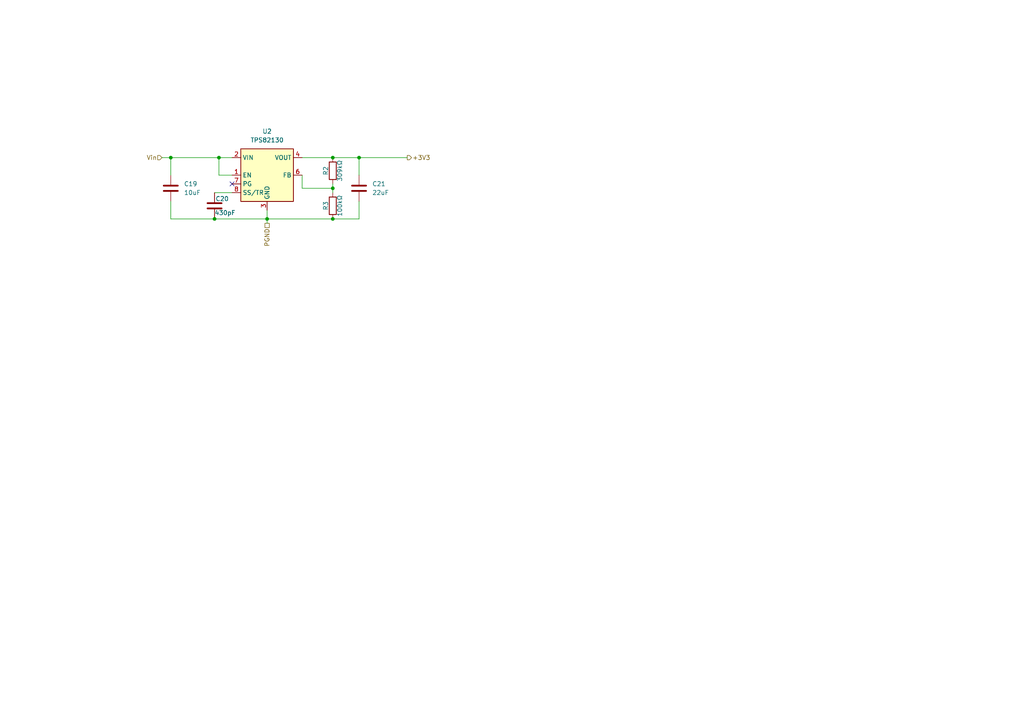
<source format=kicad_sch>
(kicad_sch
	(version 20231120)
	(generator "eeschema")
	(generator_version "8.0")
	(uuid "383c8c27-9a92-4500-8e22-6539ddcf48ff")
	(paper "A4")
	(title_block
		(date "2024-06-16")
	)
	(lib_symbols
		(symbol "Device:C"
			(pin_numbers hide)
			(pin_names
				(offset 0.254)
			)
			(exclude_from_sim no)
			(in_bom yes)
			(on_board yes)
			(property "Reference" "C"
				(at 0.635 2.54 0)
				(effects
					(font
						(size 1.27 1.27)
					)
					(justify left)
				)
			)
			(property "Value" "C"
				(at 0.635 -2.54 0)
				(effects
					(font
						(size 1.27 1.27)
					)
					(justify left)
				)
			)
			(property "Footprint" ""
				(at 0.9652 -3.81 0)
				(effects
					(font
						(size 1.27 1.27)
					)
					(hide yes)
				)
			)
			(property "Datasheet" "~"
				(at 0 0 0)
				(effects
					(font
						(size 1.27 1.27)
					)
					(hide yes)
				)
			)
			(property "Description" "Unpolarized capacitor"
				(at 0 0 0)
				(effects
					(font
						(size 1.27 1.27)
					)
					(hide yes)
				)
			)
			(property "ki_keywords" "cap capacitor"
				(at 0 0 0)
				(effects
					(font
						(size 1.27 1.27)
					)
					(hide yes)
				)
			)
			(property "ki_fp_filters" "C_*"
				(at 0 0 0)
				(effects
					(font
						(size 1.27 1.27)
					)
					(hide yes)
				)
			)
			(symbol "C_0_1"
				(polyline
					(pts
						(xy -2.032 -0.762) (xy 2.032 -0.762)
					)
					(stroke
						(width 0.508)
						(type default)
					)
					(fill
						(type none)
					)
				)
				(polyline
					(pts
						(xy -2.032 0.762) (xy 2.032 0.762)
					)
					(stroke
						(width 0.508)
						(type default)
					)
					(fill
						(type none)
					)
				)
			)
			(symbol "C_1_1"
				(pin passive line
					(at 0 3.81 270)
					(length 2.794)
					(name "~"
						(effects
							(font
								(size 1.27 1.27)
							)
						)
					)
					(number "1"
						(effects
							(font
								(size 1.27 1.27)
							)
						)
					)
				)
				(pin passive line
					(at 0 -3.81 90)
					(length 2.794)
					(name "~"
						(effects
							(font
								(size 1.27 1.27)
							)
						)
					)
					(number "2"
						(effects
							(font
								(size 1.27 1.27)
							)
						)
					)
				)
			)
		)
		(symbol "Device:R"
			(pin_numbers hide)
			(pin_names
				(offset 0)
			)
			(exclude_from_sim no)
			(in_bom yes)
			(on_board yes)
			(property "Reference" "R"
				(at 2.032 0 90)
				(effects
					(font
						(size 1.27 1.27)
					)
				)
			)
			(property "Value" "R"
				(at 0 0 90)
				(effects
					(font
						(size 1.27 1.27)
					)
				)
			)
			(property "Footprint" ""
				(at -1.778 0 90)
				(effects
					(font
						(size 1.27 1.27)
					)
					(hide yes)
				)
			)
			(property "Datasheet" "~"
				(at 0 0 0)
				(effects
					(font
						(size 1.27 1.27)
					)
					(hide yes)
				)
			)
			(property "Description" "Resistor"
				(at 0 0 0)
				(effects
					(font
						(size 1.27 1.27)
					)
					(hide yes)
				)
			)
			(property "ki_keywords" "R res resistor"
				(at 0 0 0)
				(effects
					(font
						(size 1.27 1.27)
					)
					(hide yes)
				)
			)
			(property "ki_fp_filters" "R_*"
				(at 0 0 0)
				(effects
					(font
						(size 1.27 1.27)
					)
					(hide yes)
				)
			)
			(symbol "R_0_1"
				(rectangle
					(start -1.016 -2.54)
					(end 1.016 2.54)
					(stroke
						(width 0.254)
						(type default)
					)
					(fill
						(type none)
					)
				)
			)
			(symbol "R_1_1"
				(pin passive line
					(at 0 3.81 270)
					(length 1.27)
					(name "~"
						(effects
							(font
								(size 1.27 1.27)
							)
						)
					)
					(number "1"
						(effects
							(font
								(size 1.27 1.27)
							)
						)
					)
				)
				(pin passive line
					(at 0 -3.81 90)
					(length 1.27)
					(name "~"
						(effects
							(font
								(size 1.27 1.27)
							)
						)
					)
					(number "2"
						(effects
							(font
								(size 1.27 1.27)
							)
						)
					)
				)
			)
		)
		(symbol "Regulator_Switching:TPS82130"
			(exclude_from_sim no)
			(in_bom yes)
			(on_board yes)
			(property "Reference" "U"
				(at 1.27 11.43 0)
				(effects
					(font
						(size 1.27 1.27)
					)
				)
			)
			(property "Value" "TPS82130"
				(at 5.08 8.89 0)
				(effects
					(font
						(size 1.27 1.27)
					)
				)
			)
			(property "Footprint" "Package_LGA:Texas_SIL0008D_MicroSiP-8-1EP_2.8x3mm_P0.65mm_EP1.1x1.9mm_ThermalVias"
				(at 0 -16.51 0)
				(effects
					(font
						(size 1.27 1.27)
					)
					(hide yes)
				)
			)
			(property "Datasheet" "http://www.ti.com/lit/ds/symlink/tps82130.pdf"
				(at 0 -19.05 0)
				(effects
					(font
						(size 1.27 1.27)
					)
					(hide yes)
				)
			)
			(property "Description" "17V Input 3A Step-Down Converter MicroSiP Module with Integrated Inductor, μSiL-8"
				(at 0 0 0)
				(effects
					(font
						(size 1.27 1.27)
					)
					(hide yes)
				)
			)
			(property "ki_keywords" "17V 3A Step-down Buck Module"
				(at 0 0 0)
				(effects
					(font
						(size 1.27 1.27)
					)
					(hide yes)
				)
			)
			(property "ki_fp_filters" "Texas*MicroSiP*1EP*2.8x3mm*P0.65mm*"
				(at 0 0 0)
				(effects
					(font
						(size 1.27 1.27)
					)
					(hide yes)
				)
			)
			(symbol "TPS82130_0_1"
				(rectangle
					(start -7.62 7.62)
					(end 7.62 -7.62)
					(stroke
						(width 0.254)
						(type default)
					)
					(fill
						(type background)
					)
				)
			)
			(symbol "TPS82130_1_1"
				(pin input line
					(at -10.16 0 0)
					(length 2.54)
					(name "EN"
						(effects
							(font
								(size 1.27 1.27)
							)
						)
					)
					(number "1"
						(effects
							(font
								(size 1.27 1.27)
							)
						)
					)
				)
				(pin power_in line
					(at -10.16 5.08 0)
					(length 2.54)
					(name "VIN"
						(effects
							(font
								(size 1.27 1.27)
							)
						)
					)
					(number "2"
						(effects
							(font
								(size 1.27 1.27)
							)
						)
					)
				)
				(pin power_in line
					(at 0 -10.16 90)
					(length 2.54)
					(name "GND"
						(effects
							(font
								(size 1.27 1.27)
							)
						)
					)
					(number "3"
						(effects
							(font
								(size 1.27 1.27)
							)
						)
					)
				)
				(pin power_out line
					(at 10.16 5.08 180)
					(length 2.54)
					(name "VOUT"
						(effects
							(font
								(size 1.27 1.27)
							)
						)
					)
					(number "4"
						(effects
							(font
								(size 1.27 1.27)
							)
						)
					)
				)
				(pin passive line
					(at 10.16 5.08 180)
					(length 2.54) hide
					(name "VOUT"
						(effects
							(font
								(size 1.27 1.27)
							)
						)
					)
					(number "5"
						(effects
							(font
								(size 1.27 1.27)
							)
						)
					)
				)
				(pin input line
					(at 10.16 0 180)
					(length 2.54)
					(name "FB"
						(effects
							(font
								(size 1.27 1.27)
							)
						)
					)
					(number "6"
						(effects
							(font
								(size 1.27 1.27)
							)
						)
					)
				)
				(pin open_collector line
					(at -10.16 -2.54 0)
					(length 2.54)
					(name "PG"
						(effects
							(font
								(size 1.27 1.27)
							)
						)
					)
					(number "7"
						(effects
							(font
								(size 1.27 1.27)
							)
						)
					)
				)
				(pin input line
					(at -10.16 -5.08 0)
					(length 2.54)
					(name "SS/TR"
						(effects
							(font
								(size 1.27 1.27)
							)
						)
					)
					(number "8"
						(effects
							(font
								(size 1.27 1.27)
							)
						)
					)
				)
				(pin passive line
					(at 0 -10.16 90)
					(length 2.54) hide
					(name "GND"
						(effects
							(font
								(size 1.27 1.27)
							)
						)
					)
					(number "9"
						(effects
							(font
								(size 1.27 1.27)
							)
						)
					)
				)
			)
		)
	)
	(junction
		(at 96.52 54.61)
		(diameter 0)
		(color 0 0 0 0)
		(uuid "07713150-815d-4658-8f59-7356b135c722")
	)
	(junction
		(at 96.52 63.5)
		(diameter 0)
		(color 0 0 0 0)
		(uuid "13fb9373-785a-41b7-a088-683d703b0a39")
	)
	(junction
		(at 77.47 63.5)
		(diameter 0)
		(color 0 0 0 0)
		(uuid "1e789a01-f001-411a-8db2-b63c4135a7b2")
	)
	(junction
		(at 96.52 45.72)
		(diameter 0)
		(color 0 0 0 0)
		(uuid "4536e45d-f578-48de-9c14-94a87841003f")
	)
	(junction
		(at 63.5 45.72)
		(diameter 0)
		(color 0 0 0 0)
		(uuid "4d6b9302-b926-4d1a-b861-af47be4e95ca")
	)
	(junction
		(at 49.53 45.72)
		(diameter 0)
		(color 0 0 0 0)
		(uuid "9bf7fa2e-f211-43cd-8e60-f547070538de")
	)
	(junction
		(at 62.23 63.5)
		(diameter 0)
		(color 0 0 0 0)
		(uuid "afc6c818-f8c0-4f17-9c39-e63c8503bcda")
	)
	(junction
		(at 104.14 45.72)
		(diameter 0)
		(color 0 0 0 0)
		(uuid "c14d9ddb-aef1-442b-968a-cdc3ad1d8ea0")
	)
	(no_connect
		(at 67.31 53.34)
		(uuid "95180755-c6fa-41f7-b2f4-0f9fc5b4b6b0")
	)
	(wire
		(pts
			(xy 104.14 45.72) (xy 104.14 50.8)
		)
		(stroke
			(width 0)
			(type default)
		)
		(uuid "04f7056f-7a0f-475c-8644-95f13723493d")
	)
	(wire
		(pts
			(xy 67.31 50.8) (xy 63.5 50.8)
		)
		(stroke
			(width 0)
			(type default)
		)
		(uuid "11fbb55a-44e3-4f08-8035-0e7a754c6513")
	)
	(wire
		(pts
			(xy 49.53 45.72) (xy 63.5 45.72)
		)
		(stroke
			(width 0)
			(type default)
		)
		(uuid "2429ad0d-5415-4000-97ce-9a115732c334")
	)
	(wire
		(pts
			(xy 96.52 54.61) (xy 87.63 54.61)
		)
		(stroke
			(width 0)
			(type default)
		)
		(uuid "48407de9-71cd-4d3d-ba41-2160354acb36")
	)
	(wire
		(pts
			(xy 87.63 54.61) (xy 87.63 50.8)
		)
		(stroke
			(width 0)
			(type default)
		)
		(uuid "52ea5726-de85-44aa-ad3e-5ce03f2a8940")
	)
	(wire
		(pts
			(xy 96.52 54.61) (xy 96.52 53.34)
		)
		(stroke
			(width 0)
			(type default)
		)
		(uuid "54388ec8-7ae4-40ea-8acd-14b5c0e03ee5")
	)
	(wire
		(pts
			(xy 77.47 64.77) (xy 77.47 63.5)
		)
		(stroke
			(width 0)
			(type default)
		)
		(uuid "5ae6d014-7982-466c-9df9-f8565277f1a7")
	)
	(wire
		(pts
			(xy 77.47 63.5) (xy 96.52 63.5)
		)
		(stroke
			(width 0)
			(type default)
		)
		(uuid "67a98cc9-5c13-4766-8dca-07e6fb584bb0")
	)
	(wire
		(pts
			(xy 63.5 45.72) (xy 63.5 50.8)
		)
		(stroke
			(width 0)
			(type default)
		)
		(uuid "7ac499d9-3494-47f4-8864-19951fbd7c03")
	)
	(wire
		(pts
			(xy 96.52 45.72) (xy 104.14 45.72)
		)
		(stroke
			(width 0)
			(type default)
		)
		(uuid "90e50c65-524d-4042-8c1d-1d3816a95fd0")
	)
	(wire
		(pts
			(xy 104.14 45.72) (xy 118.11 45.72)
		)
		(stroke
			(width 0)
			(type default)
		)
		(uuid "9ddaac8c-8628-496f-af03-c4e944637353")
	)
	(wire
		(pts
			(xy 46.99 45.72) (xy 49.53 45.72)
		)
		(stroke
			(width 0)
			(type default)
		)
		(uuid "9df46337-54f8-408b-80de-096e9313507b")
	)
	(wire
		(pts
			(xy 62.23 63.5) (xy 77.47 63.5)
		)
		(stroke
			(width 0)
			(type default)
		)
		(uuid "a91582bc-e53c-4128-8037-2f7eaa95276a")
	)
	(wire
		(pts
			(xy 104.14 58.42) (xy 104.14 63.5)
		)
		(stroke
			(width 0)
			(type default)
		)
		(uuid "b996b7a4-6413-4669-976f-b6279ec888c8")
	)
	(wire
		(pts
			(xy 49.53 63.5) (xy 62.23 63.5)
		)
		(stroke
			(width 0)
			(type default)
		)
		(uuid "c69a5416-68bf-4432-99ad-dc0021de9af6")
	)
	(wire
		(pts
			(xy 49.53 58.42) (xy 49.53 63.5)
		)
		(stroke
			(width 0)
			(type default)
		)
		(uuid "c6bfa0dd-4dad-4fbe-894b-0cb142ca6cd8")
	)
	(wire
		(pts
			(xy 63.5 45.72) (xy 67.31 45.72)
		)
		(stroke
			(width 0)
			(type default)
		)
		(uuid "c6f2b3db-36b4-4c90-b15e-64e71037fa5b")
	)
	(wire
		(pts
			(xy 96.52 55.88) (xy 96.52 54.61)
		)
		(stroke
			(width 0)
			(type default)
		)
		(uuid "c90a5265-55bd-4891-882d-cd3a22f0e25a")
	)
	(wire
		(pts
			(xy 62.23 55.88) (xy 67.31 55.88)
		)
		(stroke
			(width 0)
			(type default)
		)
		(uuid "c9d24d75-a744-42d0-be86-98e37614ae54")
	)
	(wire
		(pts
			(xy 87.63 45.72) (xy 96.52 45.72)
		)
		(stroke
			(width 0)
			(type default)
		)
		(uuid "d22ffd5b-b178-4eec-9cef-e7c0af4727cc")
	)
	(wire
		(pts
			(xy 49.53 45.72) (xy 49.53 50.8)
		)
		(stroke
			(width 0)
			(type default)
		)
		(uuid "e2f808f3-d5c2-469e-803d-15768a6c0364")
	)
	(wire
		(pts
			(xy 77.47 63.5) (xy 77.47 60.96)
		)
		(stroke
			(width 0)
			(type default)
		)
		(uuid "e97f287e-c58e-41b7-952c-edd56c01fa2d")
	)
	(wire
		(pts
			(xy 104.14 63.5) (xy 96.52 63.5)
		)
		(stroke
			(width 0)
			(type default)
		)
		(uuid "f2f64f6e-8acc-4f11-986a-0ef4f778a534")
	)
	(hierarchical_label "+3V3"
		(shape output)
		(at 118.11 45.72 0)
		(fields_autoplaced yes)
		(effects
			(font
				(size 1.27 1.27)
			)
			(justify left)
		)
		(uuid "7035eeb5-d984-44be-9b5d-24c6c1ec3f6e")
	)
	(hierarchical_label "PGND"
		(shape passive)
		(at 77.47 64.77 270)
		(fields_autoplaced yes)
		(effects
			(font
				(size 1.27 1.27)
			)
			(justify right)
		)
		(uuid "ad58098c-4829-4f07-b4c0-7dba613b0913")
	)
	(hierarchical_label "Vin"
		(shape input)
		(at 46.99 45.72 180)
		(fields_autoplaced yes)
		(effects
			(font
				(size 1.27 1.27)
			)
			(justify right)
		)
		(uuid "e9121d43-8244-4ed9-8515-9d83dd793a15")
	)
	(symbol
		(lib_id "Device:R")
		(at 96.52 59.69 180)
		(unit 1)
		(exclude_from_sim no)
		(in_bom yes)
		(on_board yes)
		(dnp no)
		(uuid "0bef522b-40f6-489d-81d7-7f4147bc01fb")
		(property "Reference" "R3"
			(at 94.488 59.69 90)
			(effects
				(font
					(size 1.27 1.27)
				)
			)
		)
		(property "Value" "100kΩ"
			(at 98.552 59.69 90)
			(effects
				(font
					(size 1.27 1.27)
				)
			)
		)
		(property "Footprint" "Resistor_SMD:R_0402_1005Metric"
			(at 98.298 59.69 90)
			(effects
				(font
					(size 1.27 1.27)
				)
				(hide yes)
			)
		)
		(property "Datasheet" "~"
			(at 96.52 59.69 0)
			(effects
				(font
					(size 1.27 1.27)
				)
				(hide yes)
			)
		)
		(property "Description" "Resistor"
			(at 96.52 59.69 0)
			(effects
				(font
					(size 1.27 1.27)
				)
				(hide yes)
			)
		)
		(pin "2"
			(uuid "d956d822-f9a0-4be3-8b36-8b249a054c3c")
		)
		(pin "1"
			(uuid "70203180-1c3a-478f-b75c-1f14d42f027c")
		)
		(instances
			(project "hpm_dap"
				(path "/159ca461-ea29-45ac-b98a-f1d5e536ce91/8a695d02-741c-4133-8799-2185bd5ab9fa"
					(reference "R3")
					(unit 1)
				)
			)
		)
	)
	(symbol
		(lib_id "Device:C")
		(at 49.53 54.61 0)
		(unit 1)
		(exclude_from_sim no)
		(in_bom yes)
		(on_board yes)
		(dnp no)
		(fields_autoplaced yes)
		(uuid "0ea0bc79-e614-4548-b218-8c5f52ce8b19")
		(property "Reference" "C19"
			(at 53.34 53.3399 0)
			(effects
				(font
					(size 1.27 1.27)
				)
				(justify left)
			)
		)
		(property "Value" "10uF"
			(at 53.34 55.8799 0)
			(effects
				(font
					(size 1.27 1.27)
				)
				(justify left)
			)
		)
		(property "Footprint" "Capacitor_SMD:C_0402_1005Metric"
			(at 50.4952 58.42 0)
			(effects
				(font
					(size 1.27 1.27)
				)
				(hide yes)
			)
		)
		(property "Datasheet" "~"
			(at 49.53 54.61 0)
			(effects
				(font
					(size 1.27 1.27)
				)
				(hide yes)
			)
		)
		(property "Description" "Unpolarized capacitor"
			(at 49.53 54.61 0)
			(effects
				(font
					(size 1.27 1.27)
				)
				(hide yes)
			)
		)
		(pin "1"
			(uuid "ae66221a-31f6-4bb9-ba05-b7999eaa4252")
		)
		(pin "2"
			(uuid "41126ef4-6d9c-40ff-92a5-d5451b03231a")
		)
		(instances
			(project "hpm_dap"
				(path "/159ca461-ea29-45ac-b98a-f1d5e536ce91/8a695d02-741c-4133-8799-2185bd5ab9fa"
					(reference "C19")
					(unit 1)
				)
			)
		)
	)
	(symbol
		(lib_id "Device:C")
		(at 104.14 54.61 0)
		(unit 1)
		(exclude_from_sim no)
		(in_bom yes)
		(on_board yes)
		(dnp no)
		(fields_autoplaced yes)
		(uuid "49eca20c-52db-47fa-a098-1465032c7e82")
		(property "Reference" "C21"
			(at 107.95 53.3399 0)
			(effects
				(font
					(size 1.27 1.27)
				)
				(justify left)
			)
		)
		(property "Value" "22uF"
			(at 107.95 55.8799 0)
			(effects
				(font
					(size 1.27 1.27)
				)
				(justify left)
			)
		)
		(property "Footprint" "Capacitor_SMD:C_0402_1005Metric"
			(at 105.1052 58.42 0)
			(effects
				(font
					(size 1.27 1.27)
				)
				(hide yes)
			)
		)
		(property "Datasheet" "~"
			(at 104.14 54.61 0)
			(effects
				(font
					(size 1.27 1.27)
				)
				(hide yes)
			)
		)
		(property "Description" "Unpolarized capacitor"
			(at 104.14 54.61 0)
			(effects
				(font
					(size 1.27 1.27)
				)
				(hide yes)
			)
		)
		(property "LCSC" "C415703"
			(at 104.14 54.61 0)
			(effects
				(font
					(size 1.27 1.27)
				)
				(hide yes)
			)
		)
		(pin "2"
			(uuid "9d9539e0-9fdd-4a7d-babe-a33938d71151")
		)
		(pin "1"
			(uuid "9f3cf037-51bd-4f4a-ab99-2eaff2b04bc6")
		)
		(instances
			(project "hpm_dap"
				(path "/159ca461-ea29-45ac-b98a-f1d5e536ce91/8a695d02-741c-4133-8799-2185bd5ab9fa"
					(reference "C21")
					(unit 1)
				)
			)
		)
	)
	(symbol
		(lib_id "Device:C")
		(at 62.23 59.69 0)
		(unit 1)
		(exclude_from_sim no)
		(in_bom yes)
		(on_board yes)
		(dnp no)
		(uuid "527959a9-4b0f-4c4e-b870-91905ad288d7")
		(property "Reference" "C20"
			(at 62.484 57.658 0)
			(effects
				(font
					(size 1.27 1.27)
				)
				(justify left)
			)
		)
		(property "Value" "430pF"
			(at 62.23 61.722 0)
			(effects
				(font
					(size 1.27 1.27)
				)
				(justify left)
			)
		)
		(property "Footprint" "Capacitor_SMD:C_0402_1005Metric"
			(at 63.1952 63.5 0)
			(effects
				(font
					(size 1.27 1.27)
				)
				(hide yes)
			)
		)
		(property "Datasheet" "~"
			(at 62.23 59.69 0)
			(effects
				(font
					(size 1.27 1.27)
				)
				(hide yes)
			)
		)
		(property "Description" "Unpolarized capacitor"
			(at 62.23 59.69 0)
			(effects
				(font
					(size 1.27 1.27)
				)
				(hide yes)
			)
		)
		(pin "2"
			(uuid "7f2753bd-3281-4891-8239-15a80663e1a8")
		)
		(pin "1"
			(uuid "f6a3a3fe-0107-4507-805d-8a3c588b43b0")
		)
		(instances
			(project "hpm_dap"
				(path "/159ca461-ea29-45ac-b98a-f1d5e536ce91/8a695d02-741c-4133-8799-2185bd5ab9fa"
					(reference "C20")
					(unit 1)
				)
			)
		)
	)
	(symbol
		(lib_id "Device:R")
		(at 96.52 49.53 180)
		(unit 1)
		(exclude_from_sim no)
		(in_bom yes)
		(on_board yes)
		(dnp no)
		(uuid "78f16c83-df7e-4c1c-805a-eecb42ac87cc")
		(property "Reference" "R2"
			(at 94.488 49.53 90)
			(effects
				(font
					(size 1.27 1.27)
				)
			)
		)
		(property "Value" "309kΩ"
			(at 98.552 49.53 90)
			(effects
				(font
					(size 1.27 1.27)
				)
			)
		)
		(property "Footprint" "Resistor_SMD:R_0402_1005Metric"
			(at 98.298 49.53 90)
			(effects
				(font
					(size 1.27 1.27)
				)
				(hide yes)
			)
		)
		(property "Datasheet" "~"
			(at 96.52 49.53 0)
			(effects
				(font
					(size 1.27 1.27)
				)
				(hide yes)
			)
		)
		(property "Description" "Resistor"
			(at 96.52 49.53 0)
			(effects
				(font
					(size 1.27 1.27)
				)
				(hide yes)
			)
		)
		(pin "2"
			(uuid "168b4033-d49b-4594-8929-5d0e391644b1")
		)
		(pin "1"
			(uuid "68ce29ce-c129-4b7b-b94b-ff40f7f9cdb4")
		)
		(instances
			(project "hpm_dap"
				(path "/159ca461-ea29-45ac-b98a-f1d5e536ce91/8a695d02-741c-4133-8799-2185bd5ab9fa"
					(reference "R2")
					(unit 1)
				)
			)
		)
	)
	(symbol
		(lib_id "Regulator_Switching:TPS82130")
		(at 77.47 50.8 0)
		(unit 1)
		(exclude_from_sim no)
		(in_bom yes)
		(on_board yes)
		(dnp no)
		(fields_autoplaced yes)
		(uuid "da5d0be8-0da4-4333-88ea-abd41bed3cba")
		(property "Reference" "U2"
			(at 77.47 38.1 0)
			(effects
				(font
					(size 1.27 1.27)
				)
			)
		)
		(property "Value" "TPS82130"
			(at 77.47 40.64 0)
			(effects
				(font
					(size 1.27 1.27)
				)
			)
		)
		(property "Footprint" "my:Texas_SIL0008D_MicroSiP-8-1EP_2.8x3mm_P0.65mm_EP1.1x1.9mm"
			(at 77.47 67.31 0)
			(effects
				(font
					(size 1.27 1.27)
				)
				(hide yes)
			)
		)
		(property "Datasheet" "http://www.ti.com/lit/ds/symlink/tps82130.pdf"
			(at 77.47 69.85 0)
			(effects
				(font
					(size 1.27 1.27)
				)
				(hide yes)
			)
		)
		(property "Description" "17V Input 3A Step-Down Converter MicroSiP Module with Integrated Inductor, μSiL-8"
			(at 77.47 50.8 0)
			(effects
				(font
					(size 1.27 1.27)
				)
				(hide yes)
			)
		)
		(pin "5"
			(uuid "0582f77a-5149-482d-b1f4-beff056fbd02")
		)
		(pin "3"
			(uuid "ad80b36c-6406-4d83-b59d-e7357513610d")
		)
		(pin "1"
			(uuid "60ae98a5-1b34-46e6-85c3-0dfab7b629e6")
		)
		(pin "6"
			(uuid "d94a8147-8dbb-4552-bd28-885797be06ea")
		)
		(pin "4"
			(uuid "fea8a14c-a3a0-4b19-9997-e671de71416c")
		)
		(pin "7"
			(uuid "1b406f68-27ee-4940-8131-88461fec47ea")
		)
		(pin "9"
			(uuid "d19130e2-d99f-49cb-903d-781d63080d74")
		)
		(pin "8"
			(uuid "e49bafa0-926b-424b-9d24-a56fda6fee4e")
		)
		(pin "2"
			(uuid "cffdabea-cef6-475e-8dd9-c04651ece0d9")
		)
		(instances
			(project "hpm_dap"
				(path "/159ca461-ea29-45ac-b98a-f1d5e536ce91/8a695d02-741c-4133-8799-2185bd5ab9fa"
					(reference "U2")
					(unit 1)
				)
			)
		)
	)
)

</source>
